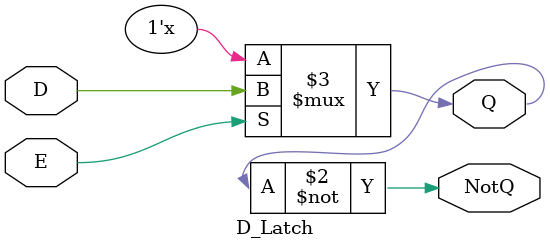
<source format=v>
module D_Latch(
    input D, E,
    output reg Q, 
    output NotQ
);

    always @(D, E) begin
        if (E)
            Q <= D;
    end
    
    assign NotQ = ~Q;
    
endmodule

</source>
